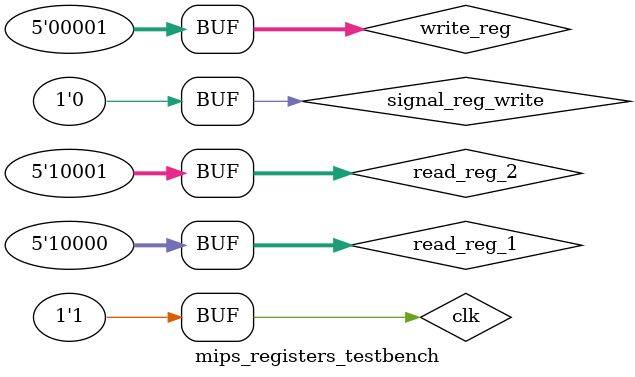
<source format=v>
`define DELAY 10
module mips_registers_testbench();

	wire [31:0] read_data_1, read_data_2;
	reg [31:0] write_data;
	reg [4:0] read_reg_1, read_reg_2, write_reg;
	reg signal_reg_write, clk;
	
	mips_registers testForRegisters(read_data_1, read_data_2, write_data, read_reg_1, read_reg_2, write_reg,signal_reg_write, clk);
initial begin
	read_reg_1 = 10000;
	read_reg_2 = 10001;
	write_reg = 00001;
	clk = 1;
	signal_reg_write = 0;
	#`DELAY;
	$monitor("read_data_1= %32b read_data_2=%32b",read_data_1, read_data_2);
end

endmodule
</source>
